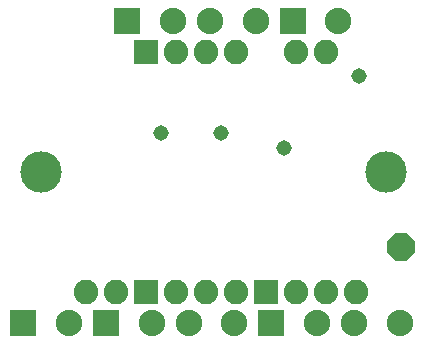
<source format=gbr>
G04 EAGLE Gerber RS-274X export*
G75*
%MOMM*%
%FSLAX34Y34*%
%LPD*%
%INSoldermask Bottom*%
%IPPOS*%
%AMOC8*
5,1,8,0,0,1.08239X$1,22.5*%
G01*
%ADD10P,2.556822X8X22.500000*%
%ADD11C,3.505200*%
%ADD12C,2.082800*%
%ADD13R,2.082800X2.082800*%
%ADD14R,2.235200X2.235200*%
%ADD15C,2.235200*%
%ADD16C,1.311200*%


D10*
X342900Y88900D03*
D11*
X38100Y152400D03*
X330200Y152400D03*
D12*
X76200Y50800D03*
X101600Y50800D03*
D13*
X127000Y254000D03*
D12*
X152400Y254000D03*
X177800Y254000D03*
X203200Y254000D03*
X254000Y254000D03*
X279400Y254000D03*
D13*
X127000Y50800D03*
D12*
X152400Y50800D03*
X177800Y50800D03*
X203200Y50800D03*
D14*
X111322Y279800D03*
D15*
X149878Y279800D03*
X181322Y279800D03*
X219878Y279800D03*
D14*
X251322Y279800D03*
D15*
X289878Y279800D03*
D14*
X93222Y24600D03*
D15*
X131778Y24600D03*
X163222Y24600D03*
X201778Y24600D03*
D14*
X233222Y24600D03*
D15*
X271778Y24600D03*
X303222Y24600D03*
X341778Y24600D03*
D14*
X23222Y24600D03*
D15*
X61778Y24600D03*
D13*
X228600Y50800D03*
D12*
X254000Y50800D03*
X279400Y50800D03*
X304800Y50800D03*
D16*
X307340Y233680D03*
X243840Y172720D03*
X190500Y185420D03*
X139700Y185420D03*
M02*

</source>
